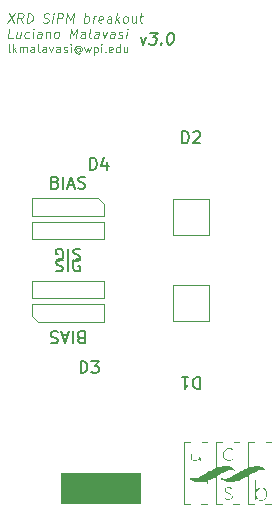
<source format=gbr>
%TF.GenerationSoftware,KiCad,Pcbnew,(6.0.8-1)-1*%
%TF.CreationDate,2023-01-25T17:11:04-08:00*%
%TF.ProjectId,SiPM_breakout,5369504d-5f62-4726-9561-6b6f75742e6b,rev?*%
%TF.SameCoordinates,Original*%
%TF.FileFunction,Legend,Top*%
%TF.FilePolarity,Positive*%
%FSLAX46Y46*%
G04 Gerber Fmt 4.6, Leading zero omitted, Abs format (unit mm)*
G04 Created by KiCad (PCBNEW (6.0.8-1)-1) date 2023-01-25 17:11:04*
%MOMM*%
%LPD*%
G01*
G04 APERTURE LIST*
%ADD10C,0.100000*%
%ADD11C,0.200000*%
%ADD12C,0.120000*%
%ADD13C,0.150000*%
G04 APERTURE END LIST*
D10*
G36*
X91701000Y-118491000D02*
G01*
X84970000Y-118491000D01*
X84970000Y-115951000D01*
X91701000Y-115951000D01*
X91701000Y-118491000D01*
G37*
X91701000Y-118491000D02*
X84970000Y-118491000D01*
X84970000Y-115951000D01*
X91701000Y-115951000D01*
X91701000Y-118491000D01*
D11*
X91760089Y-78985714D02*
X91914851Y-79652380D01*
X92236279Y-78985714D01*
X92563660Y-78652380D02*
X93182708Y-78652380D01*
X92801755Y-79033333D01*
X92944613Y-79033333D01*
X93033898Y-79080952D01*
X93075565Y-79128571D01*
X93111279Y-79223809D01*
X93081517Y-79461904D01*
X93021994Y-79557142D01*
X92968422Y-79604761D01*
X92867232Y-79652380D01*
X92581517Y-79652380D01*
X92492232Y-79604761D01*
X92450565Y-79557142D01*
X93498184Y-79557142D02*
X93539851Y-79604761D01*
X93486279Y-79652380D01*
X93444613Y-79604761D01*
X93498184Y-79557142D01*
X93486279Y-79652380D01*
X94277946Y-78652380D02*
X94373184Y-78652380D01*
X94462470Y-78700000D01*
X94504136Y-78747619D01*
X94539851Y-78842857D01*
X94563660Y-79033333D01*
X94533898Y-79271428D01*
X94462470Y-79461904D01*
X94402946Y-79557142D01*
X94349375Y-79604761D01*
X94248184Y-79652380D01*
X94152946Y-79652380D01*
X94063660Y-79604761D01*
X94021994Y-79557142D01*
X93986279Y-79461904D01*
X93962470Y-79271428D01*
X93992232Y-79033333D01*
X94063660Y-78842857D01*
X94123184Y-78747619D01*
X94176755Y-78700000D01*
X94277946Y-78652380D01*
D10*
X80683333Y-80316666D02*
X80616666Y-80283333D01*
X80583333Y-80216666D01*
X80583333Y-79616666D01*
X80950000Y-80316666D02*
X80950000Y-79616666D01*
X81016666Y-80050000D02*
X81216666Y-80316666D01*
X81216666Y-79850000D02*
X80950000Y-80116666D01*
X81516666Y-80316666D02*
X81516666Y-79850000D01*
X81516666Y-79916666D02*
X81550000Y-79883333D01*
X81616666Y-79850000D01*
X81716666Y-79850000D01*
X81783333Y-79883333D01*
X81816666Y-79950000D01*
X81816666Y-80316666D01*
X81816666Y-79950000D02*
X81850000Y-79883333D01*
X81916666Y-79850000D01*
X82016666Y-79850000D01*
X82083333Y-79883333D01*
X82116666Y-79950000D01*
X82116666Y-80316666D01*
X82750000Y-80316666D02*
X82750000Y-79950000D01*
X82716666Y-79883333D01*
X82650000Y-79850000D01*
X82516666Y-79850000D01*
X82450000Y-79883333D01*
X82750000Y-80283333D02*
X82683333Y-80316666D01*
X82516666Y-80316666D01*
X82450000Y-80283333D01*
X82416666Y-80216666D01*
X82416666Y-80150000D01*
X82450000Y-80083333D01*
X82516666Y-80050000D01*
X82683333Y-80050000D01*
X82750000Y-80016666D01*
X83183333Y-80316666D02*
X83116666Y-80283333D01*
X83083333Y-80216666D01*
X83083333Y-79616666D01*
X83750000Y-80316666D02*
X83750000Y-79950000D01*
X83716666Y-79883333D01*
X83650000Y-79850000D01*
X83516666Y-79850000D01*
X83450000Y-79883333D01*
X83750000Y-80283333D02*
X83683333Y-80316666D01*
X83516666Y-80316666D01*
X83450000Y-80283333D01*
X83416666Y-80216666D01*
X83416666Y-80150000D01*
X83450000Y-80083333D01*
X83516666Y-80050000D01*
X83683333Y-80050000D01*
X83750000Y-80016666D01*
X84016666Y-79850000D02*
X84183333Y-80316666D01*
X84350000Y-79850000D01*
X84916666Y-80316666D02*
X84916666Y-79950000D01*
X84883333Y-79883333D01*
X84816666Y-79850000D01*
X84683333Y-79850000D01*
X84616666Y-79883333D01*
X84916666Y-80283333D02*
X84850000Y-80316666D01*
X84683333Y-80316666D01*
X84616666Y-80283333D01*
X84583333Y-80216666D01*
X84583333Y-80150000D01*
X84616666Y-80083333D01*
X84683333Y-80050000D01*
X84850000Y-80050000D01*
X84916666Y-80016666D01*
X85216666Y-80283333D02*
X85283333Y-80316666D01*
X85416666Y-80316666D01*
X85483333Y-80283333D01*
X85516666Y-80216666D01*
X85516666Y-80183333D01*
X85483333Y-80116666D01*
X85416666Y-80083333D01*
X85316666Y-80083333D01*
X85250000Y-80050000D01*
X85216666Y-79983333D01*
X85216666Y-79950000D01*
X85250000Y-79883333D01*
X85316666Y-79850000D01*
X85416666Y-79850000D01*
X85483333Y-79883333D01*
X85816666Y-80316666D02*
X85816666Y-79850000D01*
X85816666Y-79616666D02*
X85783333Y-79650000D01*
X85816666Y-79683333D01*
X85850000Y-79650000D01*
X85816666Y-79616666D01*
X85816666Y-79683333D01*
X86583333Y-79983333D02*
X86550000Y-79950000D01*
X86483333Y-79916666D01*
X86416666Y-79916666D01*
X86350000Y-79950000D01*
X86316666Y-79983333D01*
X86283333Y-80050000D01*
X86283333Y-80116666D01*
X86316666Y-80183333D01*
X86350000Y-80216666D01*
X86416666Y-80250000D01*
X86483333Y-80250000D01*
X86550000Y-80216666D01*
X86583333Y-80183333D01*
X86583333Y-79916666D02*
X86583333Y-80183333D01*
X86616666Y-80216666D01*
X86650000Y-80216666D01*
X86716666Y-80183333D01*
X86750000Y-80116666D01*
X86750000Y-79950000D01*
X86683333Y-79850000D01*
X86583333Y-79783333D01*
X86450000Y-79750000D01*
X86316666Y-79783333D01*
X86216666Y-79850000D01*
X86150000Y-79950000D01*
X86116666Y-80083333D01*
X86150000Y-80216666D01*
X86216666Y-80316666D01*
X86316666Y-80383333D01*
X86450000Y-80416666D01*
X86583333Y-80383333D01*
X86683333Y-80316666D01*
X86983333Y-79850000D02*
X87116666Y-80316666D01*
X87250000Y-79983333D01*
X87383333Y-80316666D01*
X87516666Y-79850000D01*
X87783333Y-79850000D02*
X87783333Y-80550000D01*
X87783333Y-79883333D02*
X87850000Y-79850000D01*
X87983333Y-79850000D01*
X88050000Y-79883333D01*
X88083333Y-79916666D01*
X88116666Y-79983333D01*
X88116666Y-80183333D01*
X88083333Y-80250000D01*
X88050000Y-80283333D01*
X87983333Y-80316666D01*
X87850000Y-80316666D01*
X87783333Y-80283333D01*
X88416666Y-80316666D02*
X88416666Y-79850000D01*
X88416666Y-79616666D02*
X88383333Y-79650000D01*
X88416666Y-79683333D01*
X88450000Y-79650000D01*
X88416666Y-79616666D01*
X88416666Y-79683333D01*
X88750000Y-80250000D02*
X88783333Y-80283333D01*
X88750000Y-80316666D01*
X88716666Y-80283333D01*
X88750000Y-80250000D01*
X88750000Y-80316666D01*
X89350000Y-80283333D02*
X89283333Y-80316666D01*
X89150000Y-80316666D01*
X89083333Y-80283333D01*
X89050000Y-80216666D01*
X89050000Y-79950000D01*
X89083333Y-79883333D01*
X89150000Y-79850000D01*
X89283333Y-79850000D01*
X89350000Y-79883333D01*
X89383333Y-79950000D01*
X89383333Y-80016666D01*
X89050000Y-80083333D01*
X89983333Y-80316666D02*
X89983333Y-79616666D01*
X89983333Y-80283333D02*
X89916666Y-80316666D01*
X89783333Y-80316666D01*
X89716666Y-80283333D01*
X89683333Y-80250000D01*
X89650000Y-80183333D01*
X89650000Y-79983333D01*
X89683333Y-79916666D01*
X89716666Y-79883333D01*
X89783333Y-79850000D01*
X89916666Y-79850000D01*
X89983333Y-79883333D01*
X90616666Y-79850000D02*
X90616666Y-80316666D01*
X90316666Y-79850000D02*
X90316666Y-80216666D01*
X90350000Y-80283333D01*
X90416666Y-80316666D01*
X90516666Y-80316666D01*
X90583333Y-80283333D01*
X90616666Y-80250000D01*
D12*
X80563047Y-77012904D02*
X80996380Y-77812904D01*
X81096380Y-77012904D02*
X80463047Y-77812904D01*
X81758285Y-77812904D02*
X81539238Y-77431952D01*
X81301142Y-77812904D02*
X81401142Y-77012904D01*
X81705904Y-77012904D01*
X81777333Y-77051000D01*
X81810666Y-77089095D01*
X81839238Y-77165285D01*
X81824952Y-77279571D01*
X81777333Y-77355761D01*
X81734476Y-77393857D01*
X81653523Y-77431952D01*
X81348761Y-77431952D01*
X82101142Y-77812904D02*
X82201142Y-77012904D01*
X82391619Y-77012904D01*
X82501142Y-77051000D01*
X82567809Y-77127190D01*
X82596380Y-77203380D01*
X82615428Y-77355761D01*
X82601142Y-77470047D01*
X82544000Y-77622428D01*
X82496380Y-77698619D01*
X82410666Y-77774809D01*
X82291619Y-77812904D01*
X82101142Y-77812904D01*
X83477333Y-77774809D02*
X83586857Y-77812904D01*
X83777333Y-77812904D01*
X83858285Y-77774809D01*
X83901142Y-77736714D01*
X83948761Y-77660523D01*
X83958285Y-77584333D01*
X83929714Y-77508142D01*
X83896380Y-77470047D01*
X83824952Y-77431952D01*
X83677333Y-77393857D01*
X83605904Y-77355761D01*
X83572571Y-77317666D01*
X83544000Y-77241476D01*
X83553523Y-77165285D01*
X83601142Y-77089095D01*
X83644000Y-77051000D01*
X83724952Y-77012904D01*
X83915428Y-77012904D01*
X84024952Y-77051000D01*
X84272571Y-77812904D02*
X84339238Y-77279571D01*
X84372571Y-77012904D02*
X84329714Y-77051000D01*
X84363047Y-77089095D01*
X84405904Y-77051000D01*
X84372571Y-77012904D01*
X84363047Y-77089095D01*
X84653523Y-77812904D02*
X84753523Y-77012904D01*
X85058285Y-77012904D01*
X85129714Y-77051000D01*
X85163047Y-77089095D01*
X85191619Y-77165285D01*
X85177333Y-77279571D01*
X85129714Y-77355761D01*
X85086857Y-77393857D01*
X85005904Y-77431952D01*
X84701142Y-77431952D01*
X85453523Y-77812904D02*
X85553523Y-77012904D01*
X85748761Y-77584333D01*
X86086857Y-77012904D01*
X85986857Y-77812904D01*
X86977333Y-77812904D02*
X87077333Y-77012904D01*
X87039238Y-77317666D02*
X87120190Y-77279571D01*
X87272571Y-77279571D01*
X87344000Y-77317666D01*
X87377333Y-77355761D01*
X87405904Y-77431952D01*
X87377333Y-77660523D01*
X87329714Y-77736714D01*
X87286857Y-77774809D01*
X87205904Y-77812904D01*
X87053523Y-77812904D01*
X86982095Y-77774809D01*
X87701142Y-77812904D02*
X87767809Y-77279571D01*
X87748761Y-77431952D02*
X87796380Y-77355761D01*
X87839238Y-77317666D01*
X87920190Y-77279571D01*
X87996380Y-77279571D01*
X88505904Y-77774809D02*
X88424952Y-77812904D01*
X88272571Y-77812904D01*
X88201142Y-77774809D01*
X88172571Y-77698619D01*
X88210666Y-77393857D01*
X88258285Y-77317666D01*
X88339238Y-77279571D01*
X88491619Y-77279571D01*
X88563047Y-77317666D01*
X88591619Y-77393857D01*
X88582095Y-77470047D01*
X88191619Y-77546238D01*
X89224952Y-77812904D02*
X89277333Y-77393857D01*
X89248761Y-77317666D01*
X89177333Y-77279571D01*
X89024952Y-77279571D01*
X88944000Y-77317666D01*
X89229714Y-77774809D02*
X89148761Y-77812904D01*
X88958285Y-77812904D01*
X88886857Y-77774809D01*
X88858285Y-77698619D01*
X88867809Y-77622428D01*
X88915428Y-77546238D01*
X88996380Y-77508142D01*
X89186857Y-77508142D01*
X89267809Y-77470047D01*
X89605904Y-77812904D02*
X89705904Y-77012904D01*
X89720190Y-77508142D02*
X89910666Y-77812904D01*
X89977333Y-77279571D02*
X89634476Y-77584333D01*
X90367809Y-77812904D02*
X90296380Y-77774809D01*
X90263047Y-77736714D01*
X90234476Y-77660523D01*
X90263047Y-77431952D01*
X90310666Y-77355761D01*
X90353523Y-77317666D01*
X90434476Y-77279571D01*
X90548761Y-77279571D01*
X90620190Y-77317666D01*
X90653523Y-77355761D01*
X90682095Y-77431952D01*
X90653523Y-77660523D01*
X90605904Y-77736714D01*
X90563047Y-77774809D01*
X90482095Y-77812904D01*
X90367809Y-77812904D01*
X91386857Y-77279571D02*
X91320190Y-77812904D01*
X91044000Y-77279571D02*
X90991619Y-77698619D01*
X91020190Y-77774809D01*
X91091619Y-77812904D01*
X91205904Y-77812904D01*
X91286857Y-77774809D01*
X91329714Y-77736714D01*
X91653523Y-77279571D02*
X91958285Y-77279571D01*
X91801142Y-77012904D02*
X91715428Y-77698619D01*
X91744000Y-77774809D01*
X91815428Y-77812904D01*
X91891619Y-77812904D01*
X80920190Y-79100904D02*
X80539238Y-79100904D01*
X80639238Y-78300904D01*
X81596380Y-78567571D02*
X81529714Y-79100904D01*
X81253523Y-78567571D02*
X81201142Y-78986619D01*
X81229714Y-79062809D01*
X81301142Y-79100904D01*
X81415428Y-79100904D01*
X81496380Y-79062809D01*
X81539238Y-79024714D01*
X82258285Y-79062809D02*
X82177333Y-79100904D01*
X82024952Y-79100904D01*
X81953523Y-79062809D01*
X81920190Y-79024714D01*
X81891619Y-78948523D01*
X81920190Y-78719952D01*
X81967809Y-78643761D01*
X82010666Y-78605666D01*
X82091619Y-78567571D01*
X82244000Y-78567571D01*
X82315428Y-78605666D01*
X82596380Y-79100904D02*
X82663047Y-78567571D01*
X82696380Y-78300904D02*
X82653523Y-78339000D01*
X82686857Y-78377095D01*
X82729714Y-78339000D01*
X82696380Y-78300904D01*
X82686857Y-78377095D01*
X83320190Y-79100904D02*
X83372571Y-78681857D01*
X83344000Y-78605666D01*
X83272571Y-78567571D01*
X83120190Y-78567571D01*
X83039238Y-78605666D01*
X83324952Y-79062809D02*
X83244000Y-79100904D01*
X83053523Y-79100904D01*
X82982095Y-79062809D01*
X82953523Y-78986619D01*
X82963047Y-78910428D01*
X83010666Y-78834238D01*
X83091619Y-78796142D01*
X83282095Y-78796142D01*
X83363047Y-78758047D01*
X83767809Y-78567571D02*
X83701142Y-79100904D01*
X83758285Y-78643761D02*
X83801142Y-78605666D01*
X83882095Y-78567571D01*
X83996380Y-78567571D01*
X84067809Y-78605666D01*
X84096380Y-78681857D01*
X84044000Y-79100904D01*
X84539238Y-79100904D02*
X84467809Y-79062809D01*
X84434476Y-79024714D01*
X84405904Y-78948523D01*
X84434476Y-78719952D01*
X84482095Y-78643761D01*
X84524952Y-78605666D01*
X84605904Y-78567571D01*
X84720190Y-78567571D01*
X84791619Y-78605666D01*
X84824952Y-78643761D01*
X84853523Y-78719952D01*
X84824952Y-78948523D01*
X84777333Y-79024714D01*
X84734476Y-79062809D01*
X84653523Y-79100904D01*
X84539238Y-79100904D01*
X85758285Y-79100904D02*
X85858285Y-78300904D01*
X86053523Y-78872333D01*
X86391619Y-78300904D01*
X86291619Y-79100904D01*
X87015428Y-79100904D02*
X87067809Y-78681857D01*
X87039238Y-78605666D01*
X86967809Y-78567571D01*
X86815428Y-78567571D01*
X86734476Y-78605666D01*
X87020190Y-79062809D02*
X86939238Y-79100904D01*
X86748761Y-79100904D01*
X86677333Y-79062809D01*
X86648761Y-78986619D01*
X86658285Y-78910428D01*
X86705904Y-78834238D01*
X86786857Y-78796142D01*
X86977333Y-78796142D01*
X87058285Y-78758047D01*
X87510666Y-79100904D02*
X87439238Y-79062809D01*
X87410666Y-78986619D01*
X87496380Y-78300904D01*
X88158285Y-79100904D02*
X88210666Y-78681857D01*
X88182095Y-78605666D01*
X88110666Y-78567571D01*
X87958285Y-78567571D01*
X87877333Y-78605666D01*
X88163047Y-79062809D02*
X88082095Y-79100904D01*
X87891619Y-79100904D01*
X87820190Y-79062809D01*
X87791619Y-78986619D01*
X87801142Y-78910428D01*
X87848761Y-78834238D01*
X87929714Y-78796142D01*
X88120190Y-78796142D01*
X88201142Y-78758047D01*
X88529714Y-78567571D02*
X88653523Y-79100904D01*
X88910666Y-78567571D01*
X89491619Y-79100904D02*
X89544000Y-78681857D01*
X89515428Y-78605666D01*
X89444000Y-78567571D01*
X89291619Y-78567571D01*
X89210666Y-78605666D01*
X89496380Y-79062809D02*
X89415428Y-79100904D01*
X89224952Y-79100904D01*
X89153523Y-79062809D01*
X89124952Y-78986619D01*
X89134476Y-78910428D01*
X89182095Y-78834238D01*
X89263047Y-78796142D01*
X89453523Y-78796142D01*
X89534476Y-78758047D01*
X89839238Y-79062809D02*
X89910666Y-79100904D01*
X90063047Y-79100904D01*
X90144000Y-79062809D01*
X90191619Y-78986619D01*
X90196380Y-78948523D01*
X90167809Y-78872333D01*
X90096380Y-78834238D01*
X89982095Y-78834238D01*
X89910666Y-78796142D01*
X89882095Y-78719952D01*
X89886857Y-78681857D01*
X89934476Y-78605666D01*
X90015428Y-78567571D01*
X90129714Y-78567571D01*
X90201142Y-78605666D01*
X90520190Y-79100904D02*
X90586857Y-78567571D01*
X90620190Y-78300904D02*
X90577333Y-78339000D01*
X90610666Y-78377095D01*
X90653523Y-78339000D01*
X90620190Y-78300904D01*
X90610666Y-78377095D01*
D13*
%TO.C,D1*%
X96738095Y-107802619D02*
X96738095Y-108802619D01*
X96500000Y-108802619D01*
X96357142Y-108755000D01*
X96261904Y-108659761D01*
X96214285Y-108564523D01*
X96166666Y-108374047D01*
X96166666Y-108231190D01*
X96214285Y-108040714D01*
X96261904Y-107945476D01*
X96357142Y-107850238D01*
X96500000Y-107802619D01*
X96738095Y-107802619D01*
X95214285Y-107802619D02*
X95785714Y-107802619D01*
X95500000Y-107802619D02*
X95500000Y-108802619D01*
X95595238Y-108659761D01*
X95690476Y-108564523D01*
X95785714Y-108516904D01*
%TO.C,D4*%
X87461904Y-90252380D02*
X87461904Y-89252380D01*
X87700000Y-89252380D01*
X87842857Y-89300000D01*
X87938095Y-89395238D01*
X87985714Y-89490476D01*
X88033333Y-89680952D01*
X88033333Y-89823809D01*
X87985714Y-90014285D01*
X87938095Y-90109523D01*
X87842857Y-90204761D01*
X87700000Y-90252380D01*
X87461904Y-90252380D01*
X88890476Y-89585714D02*
X88890476Y-90252380D01*
X88652380Y-89204761D02*
X88414285Y-89919047D01*
X89033333Y-89919047D01*
X86623809Y-96995238D02*
X86480952Y-96947619D01*
X86242857Y-96947619D01*
X86147619Y-96995238D01*
X86100000Y-97042857D01*
X86052380Y-97138095D01*
X86052380Y-97233333D01*
X86100000Y-97328571D01*
X86147619Y-97376190D01*
X86242857Y-97423809D01*
X86433333Y-97471428D01*
X86528571Y-97519047D01*
X86576190Y-97566666D01*
X86623809Y-97661904D01*
X86623809Y-97757142D01*
X86576190Y-97852380D01*
X86528571Y-97900000D01*
X86433333Y-97947619D01*
X86195238Y-97947619D01*
X86052380Y-97900000D01*
X85623809Y-96947619D02*
X85623809Y-97947619D01*
X84623809Y-97900000D02*
X84719047Y-97947619D01*
X84861904Y-97947619D01*
X85004761Y-97900000D01*
X85100000Y-97804761D01*
X85147619Y-97709523D01*
X85195238Y-97519047D01*
X85195238Y-97376190D01*
X85147619Y-97185714D01*
X85100000Y-97090476D01*
X85004761Y-96995238D01*
X84861904Y-96947619D01*
X84766666Y-96947619D01*
X84623809Y-96995238D01*
X84576190Y-97042857D01*
X84576190Y-97376190D01*
X84766666Y-97376190D01*
X84528571Y-91328571D02*
X84671428Y-91376190D01*
X84719047Y-91423809D01*
X84766666Y-91519047D01*
X84766666Y-91661904D01*
X84719047Y-91757142D01*
X84671428Y-91804761D01*
X84576190Y-91852380D01*
X84195238Y-91852380D01*
X84195238Y-90852380D01*
X84528571Y-90852380D01*
X84623809Y-90900000D01*
X84671428Y-90947619D01*
X84719047Y-91042857D01*
X84719047Y-91138095D01*
X84671428Y-91233333D01*
X84623809Y-91280952D01*
X84528571Y-91328571D01*
X84195238Y-91328571D01*
X85195238Y-91852380D02*
X85195238Y-90852380D01*
X85623809Y-91566666D02*
X86100000Y-91566666D01*
X85528571Y-91852380D02*
X85861904Y-90852380D01*
X86195238Y-91852380D01*
X86480952Y-91804761D02*
X86623809Y-91852380D01*
X86861904Y-91852380D01*
X86957142Y-91804761D01*
X87004761Y-91757142D01*
X87052380Y-91661904D01*
X87052380Y-91566666D01*
X87004761Y-91471428D01*
X86957142Y-91423809D01*
X86861904Y-91376190D01*
X86671428Y-91328571D01*
X86576190Y-91280952D01*
X86528571Y-91233333D01*
X86480952Y-91138095D01*
X86480952Y-91042857D01*
X86528571Y-90947619D01*
X86576190Y-90900000D01*
X86671428Y-90852380D01*
X86909523Y-90852380D01*
X87052380Y-90900000D01*
%TO.C,D3*%
X86661904Y-107452380D02*
X86661904Y-106452380D01*
X86900000Y-106452380D01*
X87042857Y-106500000D01*
X87138095Y-106595238D01*
X87185714Y-106690476D01*
X87233333Y-106880952D01*
X87233333Y-107023809D01*
X87185714Y-107214285D01*
X87138095Y-107309523D01*
X87042857Y-107404761D01*
X86900000Y-107452380D01*
X86661904Y-107452380D01*
X87566666Y-106452380D02*
X88185714Y-106452380D01*
X87852380Y-106833333D01*
X87995238Y-106833333D01*
X88090476Y-106880952D01*
X88138095Y-106928571D01*
X88185714Y-107023809D01*
X88185714Y-107261904D01*
X88138095Y-107357142D01*
X88090476Y-107404761D01*
X87995238Y-107452380D01*
X87709523Y-107452380D01*
X87614285Y-107404761D01*
X87566666Y-107357142D01*
X86671428Y-104471428D02*
X86528571Y-104423809D01*
X86480952Y-104376190D01*
X86433333Y-104280952D01*
X86433333Y-104138095D01*
X86480952Y-104042857D01*
X86528571Y-103995238D01*
X86623809Y-103947619D01*
X87004761Y-103947619D01*
X87004761Y-104947619D01*
X86671428Y-104947619D01*
X86576190Y-104900000D01*
X86528571Y-104852380D01*
X86480952Y-104757142D01*
X86480952Y-104661904D01*
X86528571Y-104566666D01*
X86576190Y-104519047D01*
X86671428Y-104471428D01*
X87004761Y-104471428D01*
X86004761Y-103947619D02*
X86004761Y-104947619D01*
X85576190Y-104233333D02*
X85100000Y-104233333D01*
X85671428Y-103947619D02*
X85338095Y-104947619D01*
X85004761Y-103947619D01*
X84719047Y-103995238D02*
X84576190Y-103947619D01*
X84338095Y-103947619D01*
X84242857Y-103995238D01*
X84195238Y-104042857D01*
X84147619Y-104138095D01*
X84147619Y-104233333D01*
X84195238Y-104328571D01*
X84242857Y-104376190D01*
X84338095Y-104423809D01*
X84528571Y-104471428D01*
X84623809Y-104519047D01*
X84671428Y-104566666D01*
X84719047Y-104661904D01*
X84719047Y-104757142D01*
X84671428Y-104852380D01*
X84623809Y-104900000D01*
X84528571Y-104947619D01*
X84290476Y-104947619D01*
X84147619Y-104900000D01*
X84576190Y-98804761D02*
X84719047Y-98852380D01*
X84957142Y-98852380D01*
X85052380Y-98804761D01*
X85100000Y-98757142D01*
X85147619Y-98661904D01*
X85147619Y-98566666D01*
X85100000Y-98471428D01*
X85052380Y-98423809D01*
X84957142Y-98376190D01*
X84766666Y-98328571D01*
X84671428Y-98280952D01*
X84623809Y-98233333D01*
X84576190Y-98138095D01*
X84576190Y-98042857D01*
X84623809Y-97947619D01*
X84671428Y-97900000D01*
X84766666Y-97852380D01*
X85004761Y-97852380D01*
X85147619Y-97900000D01*
X85576190Y-98852380D02*
X85576190Y-97852380D01*
X86576190Y-97900000D02*
X86480952Y-97852380D01*
X86338095Y-97852380D01*
X86195238Y-97900000D01*
X86100000Y-97995238D01*
X86052380Y-98090476D01*
X86004761Y-98280952D01*
X86004761Y-98423809D01*
X86052380Y-98614285D01*
X86100000Y-98709523D01*
X86195238Y-98804761D01*
X86338095Y-98852380D01*
X86433333Y-98852380D01*
X86576190Y-98804761D01*
X86623809Y-98757142D01*
X86623809Y-98423809D01*
X86433333Y-98423809D01*
%TO.C,D2*%
X95261904Y-87997380D02*
X95261904Y-86997380D01*
X95500000Y-86997380D01*
X95642857Y-87045000D01*
X95738095Y-87140238D01*
X95785714Y-87235476D01*
X95833333Y-87425952D01*
X95833333Y-87568809D01*
X95785714Y-87759285D01*
X95738095Y-87854523D01*
X95642857Y-87949761D01*
X95500000Y-87997380D01*
X95261904Y-87997380D01*
X96214285Y-87092619D02*
X96261904Y-87045000D01*
X96357142Y-86997380D01*
X96595238Y-86997380D01*
X96690476Y-87045000D01*
X96738095Y-87092619D01*
X96785714Y-87187857D01*
X96785714Y-87283095D01*
X96738095Y-87425952D01*
X96166666Y-87997380D01*
X96785714Y-87997380D01*
D12*
%TO.C,D1*%
X97500000Y-103055000D02*
X94500000Y-103055000D01*
X94500000Y-103055000D02*
X94500000Y-100055000D01*
X94500000Y-100055000D02*
X97500000Y-100055000D01*
X97500000Y-100055000D02*
X97500000Y-103055000D01*
%TO.C,D4*%
X82550000Y-92650000D02*
X88150000Y-92650000D01*
X88600000Y-94150000D02*
X82550000Y-94150000D01*
X88650000Y-93150000D02*
X88150000Y-92650000D01*
X82550000Y-96150000D02*
X82550000Y-94650000D01*
X88650000Y-93150000D02*
X88650000Y-94150000D01*
X82550000Y-94650000D02*
X88650000Y-94650000D01*
X88650000Y-94650000D02*
X88650000Y-96150000D01*
X82550000Y-94150000D02*
X82550000Y-92650000D01*
X88650000Y-96150000D02*
X82550000Y-96150000D01*
%TO.C,G\u002A\u002A\u002A*%
G36*
X102897852Y-118636993D02*
G01*
X102564439Y-118636993D01*
X102414001Y-118634358D01*
X102303912Y-118626923D01*
X102241917Y-118615392D01*
X102231026Y-118606683D01*
X102259843Y-118592602D01*
X102340472Y-118582422D01*
X102464178Y-118577016D01*
X102534129Y-118576373D01*
X102837232Y-118576373D01*
X102837232Y-113365128D01*
X102526551Y-113355305D01*
X102215871Y-113345482D01*
X102556862Y-113339090D01*
X102897852Y-113332697D01*
X102897852Y-118636993D01*
G37*
G36*
X98495287Y-113339135D02*
G01*
X98851432Y-113345572D01*
X98525597Y-113355315D01*
X98199761Y-113365058D01*
X98199761Y-114424892D01*
X98199973Y-114671538D01*
X98200573Y-114897850D01*
X98201513Y-115096966D01*
X98202743Y-115262022D01*
X98204213Y-115386158D01*
X98205874Y-115462510D01*
X98207436Y-115484726D01*
X98238062Y-115476935D01*
X98311746Y-115456383D01*
X98413356Y-115427299D01*
X98427185Y-115423298D01*
X98677349Y-115366279D01*
X98917205Y-115340880D01*
X99132104Y-115347965D01*
X99263766Y-115373845D01*
X99405144Y-115427906D01*
X99531995Y-115499994D01*
X99635467Y-115582027D01*
X99706710Y-115665926D01*
X99736871Y-115743607D01*
X99725655Y-115795554D01*
X99701769Y-115799873D01*
X99681577Y-115764398D01*
X99631428Y-115707794D01*
X99533789Y-115663127D01*
X99531215Y-115662348D01*
X99433893Y-115644697D01*
X99326082Y-115650120D01*
X99200101Y-115681116D01*
X99048270Y-115740188D01*
X98862909Y-115829837D01*
X98636339Y-115952562D01*
X98631275Y-115955405D01*
X98201087Y-116197017D01*
X98199761Y-118576373D01*
X98487709Y-118576373D01*
X98623530Y-118579396D01*
X98721086Y-118587812D01*
X98771068Y-118600642D01*
X98775656Y-118606683D01*
X98746752Y-118620557D01*
X98665517Y-118630650D01*
X98540166Y-118636180D01*
X98457399Y-118636993D01*
X98139141Y-118636993D01*
X98139141Y-116244663D01*
X97897222Y-116361652D01*
X97775527Y-116419108D01*
X97663732Y-116469458D01*
X97580985Y-116504152D01*
X97563809Y-116510537D01*
X97472315Y-116542432D01*
X97472315Y-118636993D01*
X97121958Y-118636993D01*
X96958840Y-118634529D01*
X96848844Y-118627311D01*
X96794812Y-118615598D01*
X96790334Y-118606683D01*
X96827113Y-118593615D01*
X96911102Y-118583447D01*
X97028912Y-118577446D01*
X97110381Y-118576373D01*
X97411695Y-118576373D01*
X97411695Y-117574092D01*
X97411529Y-117301044D01*
X97410819Y-117082682D01*
X97409245Y-116913071D01*
X97406489Y-116786277D01*
X97402231Y-116696365D01*
X97396151Y-116637400D01*
X97387931Y-116603449D01*
X97377250Y-116588577D01*
X97363791Y-116586849D01*
X97358652Y-116588162D01*
X97090136Y-116654945D01*
X96827081Y-116690303D01*
X96581081Y-116694030D01*
X96363726Y-116665916D01*
X96193207Y-116608990D01*
X96047110Y-116523041D01*
X95947513Y-116430541D01*
X95900253Y-116337449D01*
X95897146Y-116306547D01*
X95901565Y-116254284D01*
X95918424Y-116255628D01*
X95935033Y-116275419D01*
X96023481Y-116349335D01*
X96151347Y-116387312D01*
X96258886Y-116394034D01*
X96337499Y-116391081D01*
X96412434Y-116379619D01*
X96493275Y-116355747D01*
X96589606Y-116315562D01*
X96711009Y-116255160D01*
X96867070Y-116170639D01*
X97025133Y-116082005D01*
X97411484Y-115863604D01*
X97411589Y-114614331D01*
X97411695Y-113365058D01*
X97085859Y-113355315D01*
X96760024Y-113345572D01*
X97116170Y-113339135D01*
X97472315Y-113332697D01*
X97472315Y-114577944D01*
X97472848Y-114845505D01*
X97474370Y-115092807D01*
X97476766Y-115313597D01*
X97479921Y-115501623D01*
X97483719Y-115650632D01*
X97488046Y-115754372D01*
X97492786Y-115806589D01*
X97495048Y-115811600D01*
X97563499Y-115777943D01*
X97663700Y-115730117D01*
X97779490Y-115675663D01*
X97894709Y-115622119D01*
X97993195Y-115577026D01*
X98058787Y-115547922D01*
X98070943Y-115542924D01*
X98139141Y-115516537D01*
X98139141Y-113332697D01*
X98495287Y-113339135D01*
G37*
G36*
X99440260Y-113847277D02*
G01*
X99516045Y-113893616D01*
X99559811Y-113935304D01*
X99552701Y-113952017D01*
X99499229Y-113943426D01*
X99403905Y-113909197D01*
X99388933Y-113902957D01*
X99291906Y-113865793D01*
X99221377Y-113853490D01*
X99149810Y-113863424D01*
X99105020Y-113875914D01*
X98959592Y-113948455D01*
X98849718Y-114062754D01*
X98786138Y-114207297D01*
X98783151Y-114220917D01*
X98770690Y-114402582D01*
X98806425Y-114562232D01*
X98884565Y-114692493D01*
X98999321Y-114785987D01*
X99144900Y-114835340D01*
X99268505Y-114839154D01*
X99367697Y-114820964D01*
X99448671Y-114789666D01*
X99470090Y-114774880D01*
X99521947Y-114744068D01*
X99546525Y-114753974D01*
X99540406Y-114792492D01*
X99488582Y-114833837D01*
X99405109Y-114870666D01*
X99304043Y-114895637D01*
X99266475Y-114900272D01*
X99139931Y-114897466D01*
X99020791Y-114858676D01*
X98988073Y-114842614D01*
X98846325Y-114738994D01*
X98750202Y-114604338D01*
X98701355Y-114449344D01*
X98701437Y-114284703D01*
X98752101Y-114121112D01*
X98853420Y-113971003D01*
X98982098Y-113868660D01*
X99132523Y-113812788D01*
X99290107Y-113805093D01*
X99440260Y-113847277D01*
G37*
G36*
X101208438Y-113339090D02*
G01*
X101549046Y-113345482D01*
X101238365Y-113355305D01*
X100927685Y-113365128D01*
X100927685Y-114409772D01*
X100928056Y-114654579D01*
X100929109Y-114879002D01*
X100930756Y-115076129D01*
X100932911Y-115239049D01*
X100935484Y-115360849D01*
X100938389Y-115434616D01*
X100940959Y-115454416D01*
X100974917Y-115447993D01*
X101051623Y-115431108D01*
X101154855Y-115407338D01*
X101160709Y-115405966D01*
X101388126Y-115367888D01*
X101614631Y-115357574D01*
X101820820Y-115375039D01*
X101947223Y-115405293D01*
X102078757Y-115464601D01*
X102197001Y-115545779D01*
X102287051Y-115636446D01*
X102334005Y-115724219D01*
X102334712Y-115727208D01*
X102341534Y-115769738D01*
X102334094Y-115764458D01*
X102276232Y-115704329D01*
X102175688Y-115662184D01*
X102048427Y-115640670D01*
X101910415Y-115642431D01*
X101777617Y-115670111D01*
X101773318Y-115671562D01*
X101709196Y-115699429D01*
X101605784Y-115751024D01*
X101476169Y-115819556D01*
X101333438Y-115898236D01*
X101298986Y-115917703D01*
X100927685Y-116128559D01*
X100927685Y-118576373D01*
X101215633Y-118576373D01*
X101351453Y-118579396D01*
X101449009Y-118587812D01*
X101498992Y-118600642D01*
X101503580Y-118606683D01*
X101474676Y-118620557D01*
X101393441Y-118630650D01*
X101268089Y-118636180D01*
X101185322Y-118636993D01*
X100867065Y-118636993D01*
X100867065Y-117406902D01*
X100866408Y-117115030D01*
X100864510Y-116854293D01*
X100861479Y-116629530D01*
X100857426Y-116445577D01*
X100852459Y-116307271D01*
X100846686Y-116219449D01*
X100840217Y-116186948D01*
X100839570Y-116186914D01*
X100802667Y-116203255D01*
X100723018Y-116240081D01*
X100612607Y-116291810D01*
X100492468Y-116348568D01*
X100172859Y-116500120D01*
X100171394Y-117568557D01*
X100169929Y-118636993D01*
X99836516Y-118636993D01*
X99686078Y-118634358D01*
X99575988Y-118626923D01*
X99513994Y-118615392D01*
X99503103Y-118606683D01*
X99532007Y-118592809D01*
X99613242Y-118582716D01*
X99738594Y-118577186D01*
X99821361Y-118576373D01*
X100139618Y-118576373D01*
X100139618Y-117560979D01*
X100138946Y-117319753D01*
X100137037Y-117099009D01*
X100134052Y-116905758D01*
X100130154Y-116747010D01*
X100125505Y-116629778D01*
X100120266Y-116561071D01*
X100116190Y-116545585D01*
X100078681Y-116552756D01*
X99996058Y-116572108D01*
X99881834Y-116600397D01*
X99790355Y-116623771D01*
X99622748Y-116663417D01*
X99487032Y-116685079D01*
X99358198Y-116691675D01*
X99240751Y-116687924D01*
X99057027Y-116664759D01*
X98886644Y-116619777D01*
X98739376Y-116557873D01*
X98624998Y-116483947D01*
X98553288Y-116402896D01*
X98533174Y-116333413D01*
X98535851Y-116292322D01*
X98553754Y-116295096D01*
X98592104Y-116331723D01*
X98690083Y-116390477D01*
X98824913Y-116416418D01*
X98980986Y-116407115D01*
X99022616Y-116398740D01*
X99096933Y-116372646D01*
X99211680Y-116321366D01*
X99355145Y-116250638D01*
X99515619Y-116166199D01*
X99655094Y-116088817D01*
X100140301Y-115812887D01*
X100124463Y-113378163D01*
X99806205Y-113361363D01*
X99487948Y-113344564D01*
X99828938Y-113338630D01*
X100169929Y-113332697D01*
X100169929Y-114563506D01*
X100170287Y-114880050D01*
X100171455Y-115140494D01*
X100173573Y-115349351D01*
X100176784Y-115511139D01*
X100181226Y-115630371D01*
X100187043Y-115711564D01*
X100194373Y-115759234D01*
X100203359Y-115777895D01*
X100207816Y-115778104D01*
X100249665Y-115759452D01*
X100333587Y-115721524D01*
X100446520Y-115670236D01*
X100548807Y-115623642D01*
X100851909Y-115485390D01*
X100859870Y-114409044D01*
X100867830Y-113332697D01*
X101208438Y-113339090D01*
G37*
G36*
X96787472Y-113847091D02*
G01*
X96796904Y-113931962D01*
X96803135Y-114067146D01*
X96805825Y-114247516D01*
X96805903Y-114279893D01*
X96807286Y-114446797D01*
X96810815Y-114596892D01*
X96816022Y-114717510D01*
X96822440Y-114795981D01*
X96825655Y-114814381D01*
X96831790Y-114866446D01*
X96806337Y-114873837D01*
X96802508Y-114872667D01*
X96770408Y-114835646D01*
X96750854Y-114765125D01*
X96750414Y-114761019D01*
X96740804Y-114663342D01*
X96677127Y-114744294D01*
X96566523Y-114841543D01*
X96431767Y-114894628D01*
X96289519Y-114900146D01*
X96156440Y-114854694D01*
X96151403Y-114851682D01*
X96082914Y-114798419D01*
X96033621Y-114728486D01*
X96000761Y-114632126D01*
X95981571Y-114499585D01*
X95973287Y-114321107D01*
X95972377Y-114219671D01*
X95975117Y-114039342D01*
X95982844Y-113918717D01*
X95994100Y-113857221D01*
X96007428Y-113854281D01*
X96021373Y-113909322D01*
X96034478Y-114021770D01*
X96045286Y-114191052D01*
X96047733Y-114249365D01*
X96057314Y-114427731D01*
X96070846Y-114572823D01*
X96087210Y-114674854D01*
X96101470Y-114718697D01*
X96180478Y-114804051D01*
X96284787Y-114844680D01*
X96401260Y-114842733D01*
X96516756Y-114800355D01*
X96618135Y-114719697D01*
X96682909Y-114623651D01*
X96711721Y-114553163D01*
X96730243Y-114474583D01*
X96740506Y-114372600D01*
X96744542Y-114231903D01*
X96744869Y-114156660D01*
X96747463Y-114004493D01*
X96754792Y-113892904D01*
X96766179Y-113829478D01*
X96775179Y-113817662D01*
X96787472Y-113847091D01*
G37*
G36*
X99281911Y-117122864D02*
G01*
X99370994Y-117154419D01*
X99443225Y-117199725D01*
X99483912Y-117247407D01*
X99484035Y-117279362D01*
X99452379Y-117282170D01*
X99401397Y-117248979D01*
X99300914Y-117187030D01*
X99193928Y-117166755D01*
X99091943Y-117182525D01*
X99006465Y-117228709D01*
X98948997Y-117299676D01*
X98931045Y-117389797D01*
X98951578Y-117469116D01*
X98995099Y-117519962D01*
X99082552Y-117568103D01*
X99188521Y-117607667D01*
X99359855Y-117680416D01*
X99474112Y-117764828D01*
X99530503Y-117859436D01*
X99528242Y-117962771D01*
X99466541Y-118073363D01*
X99449077Y-118093910D01*
X99343669Y-118169708D01*
X99210786Y-118204743D01*
X99070835Y-118195430D01*
X99002972Y-118172294D01*
X98922752Y-118125363D01*
X98864615Y-118072405D01*
X98841203Y-118026614D01*
X98847232Y-118009729D01*
X98879964Y-118014521D01*
X98933195Y-118052574D01*
X98938136Y-118057127D01*
X99043296Y-118122624D01*
X99163033Y-118146856D01*
X99280957Y-118131875D01*
X99380675Y-118079729D01*
X99445282Y-117993718D01*
X99466595Y-117901238D01*
X99443173Y-117823546D01*
X99370411Y-117755023D01*
X99243706Y-117690050D01*
X99174128Y-117662775D01*
X99062133Y-117616456D01*
X98969740Y-117569198D01*
X98914602Y-117530194D01*
X98910562Y-117525527D01*
X98874999Y-117436370D01*
X98873770Y-117329686D01*
X98906844Y-117237885D01*
X98910847Y-117232318D01*
X98989557Y-117169925D01*
X99102139Y-117128586D01*
X99223397Y-117115733D01*
X99281911Y-117122864D01*
G37*
G36*
X95782518Y-113338630D02*
G01*
X96123509Y-113344564D01*
X95805251Y-113361363D01*
X95486993Y-113378163D01*
X95471499Y-118576373D01*
X95774771Y-118576373D01*
X95915633Y-118579253D01*
X96017481Y-118587312D01*
X96071587Y-118599678D01*
X96078043Y-118606683D01*
X96049139Y-118620557D01*
X95967904Y-118630650D01*
X95842552Y-118636180D01*
X95759785Y-118636993D01*
X95441528Y-118636993D01*
X95441528Y-113332697D01*
X95782518Y-113338630D01*
G37*
G36*
X101412649Y-117394273D02*
G01*
X101413006Y-117142297D01*
X101414300Y-116944629D01*
X101416871Y-116794959D01*
X101421055Y-116686978D01*
X101427192Y-116614374D01*
X101435619Y-116570840D01*
X101446674Y-116550065D01*
X101458115Y-116545585D01*
X101476228Y-116553976D01*
X101488922Y-116584868D01*
X101497091Y-116646841D01*
X101501628Y-116748472D01*
X101503426Y-116898341D01*
X101503580Y-116982053D01*
X101503580Y-117418521D01*
X101603919Y-117318182D01*
X101738805Y-117221630D01*
X101890851Y-117175102D01*
X102047213Y-117177206D01*
X102195051Y-117226554D01*
X102321524Y-117321756D01*
X102383156Y-117402510D01*
X102451628Y-117562369D01*
X102470410Y-117723168D01*
X102445535Y-117877000D01*
X102383035Y-118015954D01*
X102288942Y-118132123D01*
X102169289Y-118217599D01*
X102030108Y-118264472D01*
X101877431Y-118264834D01*
X101753490Y-118228019D01*
X101661636Y-118173792D01*
X101579256Y-118103592D01*
X101579206Y-118103538D01*
X101503580Y-118021936D01*
X101503580Y-118132448D01*
X101494517Y-118212647D01*
X101465219Y-118242373D01*
X101458115Y-118242960D01*
X101444616Y-118236308D01*
X101434027Y-118212145D01*
X101426009Y-118164161D01*
X101420224Y-118086047D01*
X101416334Y-117971493D01*
X101414002Y-117814189D01*
X101413811Y-117778850D01*
X101499275Y-117778850D01*
X101506145Y-117829472D01*
X101560820Y-117981734D01*
X101657743Y-118099756D01*
X101785630Y-118177746D01*
X101933199Y-118209913D01*
X102089166Y-118190465D01*
X102157770Y-118163957D01*
X102275509Y-118078097D01*
X102354184Y-117959286D01*
X102394864Y-117819751D01*
X102398616Y-117671720D01*
X102366508Y-117527421D01*
X102299608Y-117399082D01*
X102198983Y-117298932D01*
X102077262Y-117242125D01*
X101918957Y-117227025D01*
X101775215Y-117264264D01*
X101653705Y-117345954D01*
X101562099Y-117464207D01*
X101508065Y-117611135D01*
X101499275Y-117778850D01*
X101413811Y-117778850D01*
X101412889Y-117607826D01*
X101412649Y-117394273D01*
G37*
%TO.C,D3*%
X82550000Y-102650000D02*
X83050000Y-103150000D01*
X82600000Y-101650000D02*
X88650000Y-101650000D01*
X88650000Y-101650000D02*
X88650000Y-103150000D01*
X82550000Y-102650000D02*
X82550000Y-101650000D01*
X88650000Y-103150000D02*
X83050000Y-103150000D01*
X88650000Y-99650000D02*
X88650000Y-101150000D01*
X82550000Y-101150000D02*
X82550000Y-99650000D01*
X88650000Y-101150000D02*
X82550000Y-101150000D01*
X82550000Y-99650000D02*
X88650000Y-99650000D01*
%TO.C,D2*%
X94500000Y-92745000D02*
X97500000Y-92745000D01*
X97500000Y-92745000D02*
X97500000Y-95745000D01*
X97500000Y-95745000D02*
X94500000Y-95745000D01*
X94500000Y-95745000D02*
X94500000Y-92745000D01*
%TD*%
M02*

</source>
